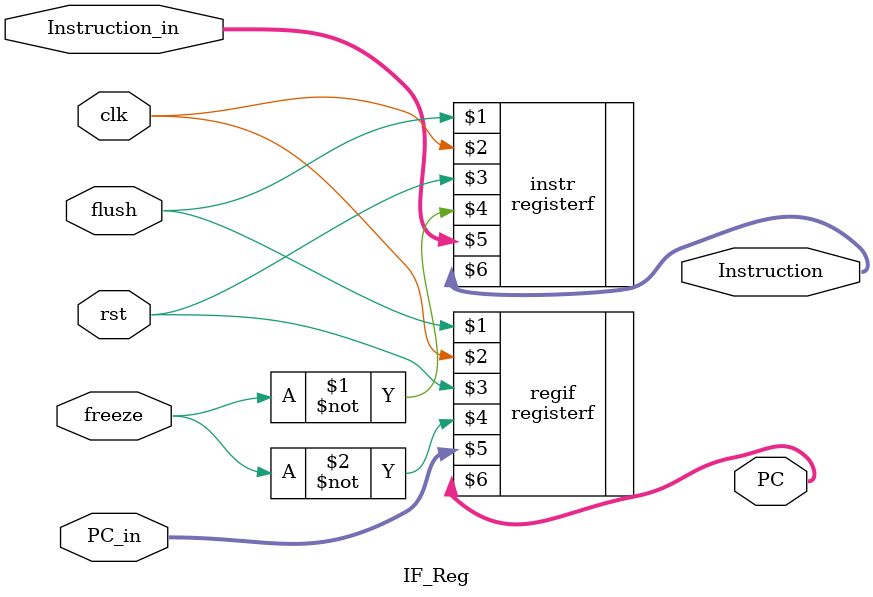
<source format=v>
module IF_Reg(
	input rst, clk, freeze,flush,
	input [31:0] PC_in, Instruction_in,
	output [31:0] PC, Instruction
);
registerf instr(flush,clk, rst,~freeze,Instruction_in, Instruction);
registerf regif(flush,clk, rst, ~freeze,PC_in, PC);
endmodule


</source>
